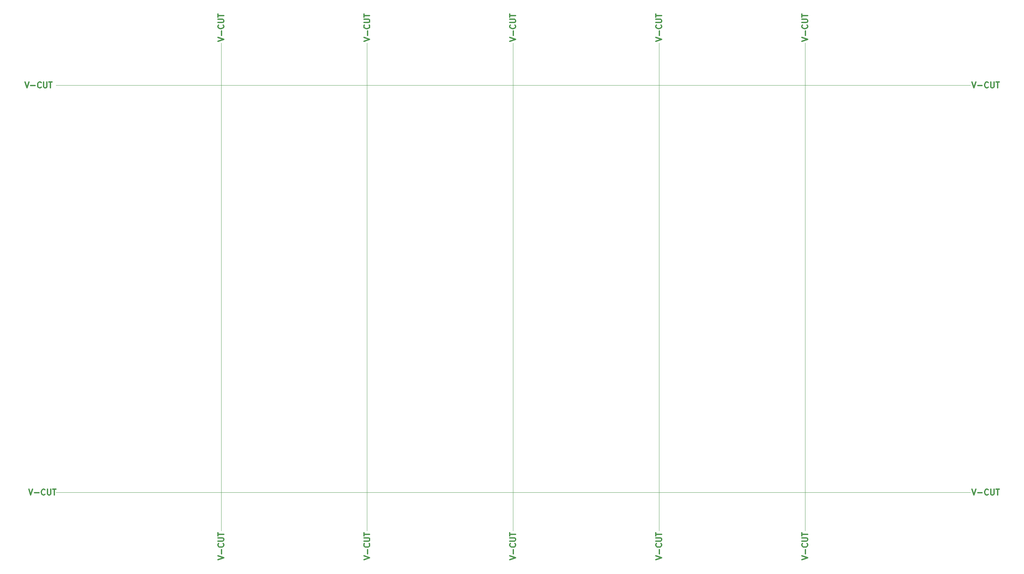
<source format=gbr>
G04 #@! TF.FileFunction,Other,ECO2*
%FSLAX46Y46*%
G04 Gerber Fmt 4.6, Leading zero omitted, Abs format (unit mm)*
G04 Created by KiCad (PCBNEW 4.0.2-stable) date 2019-06-26 1:43:45 PM*
%MOMM*%
G01*
G04 APERTURE LIST*
%ADD10C,0.200000*%
%ADD11C,0.300000*%
%ADD12C,0.100000*%
G04 APERTURE END LIST*
D10*
D11*
X183178571Y-34535714D02*
X184678571Y-34035714D01*
X183178571Y-33535714D01*
X184107143Y-33035714D02*
X184107143Y-31892857D01*
X184535714Y-30321428D02*
X184607143Y-30392857D01*
X184678571Y-30607143D01*
X184678571Y-30750000D01*
X184607143Y-30964285D01*
X184464286Y-31107143D01*
X184321429Y-31178571D01*
X184035714Y-31250000D01*
X183821429Y-31250000D01*
X183535714Y-31178571D01*
X183392857Y-31107143D01*
X183250000Y-30964285D01*
X183178571Y-30750000D01*
X183178571Y-30607143D01*
X183250000Y-30392857D01*
X183321429Y-30321428D01*
X183178571Y-29678571D02*
X184392857Y-29678571D01*
X184535714Y-29607143D01*
X184607143Y-29535714D01*
X184678571Y-29392857D01*
X184678571Y-29107143D01*
X184607143Y-28964285D01*
X184535714Y-28892857D01*
X184392857Y-28821428D01*
X183178571Y-28821428D01*
X183178571Y-28321428D02*
X183178571Y-27464285D01*
X184678571Y-27892856D02*
X183178571Y-27892856D01*
X107178571Y-169535714D02*
X108678571Y-169035714D01*
X107178571Y-168535714D01*
X108107143Y-168035714D02*
X108107143Y-166892857D01*
X108535714Y-165321428D02*
X108607143Y-165392857D01*
X108678571Y-165607143D01*
X108678571Y-165750000D01*
X108607143Y-165964285D01*
X108464286Y-166107143D01*
X108321429Y-166178571D01*
X108035714Y-166250000D01*
X107821429Y-166250000D01*
X107535714Y-166178571D01*
X107392857Y-166107143D01*
X107250000Y-165964285D01*
X107178571Y-165750000D01*
X107178571Y-165607143D01*
X107250000Y-165392857D01*
X107321429Y-165321428D01*
X107178571Y-164678571D02*
X108392857Y-164678571D01*
X108535714Y-164607143D01*
X108607143Y-164535714D01*
X108678571Y-164392857D01*
X108678571Y-164107143D01*
X108607143Y-163964285D01*
X108535714Y-163892857D01*
X108392857Y-163821428D01*
X107178571Y-163821428D01*
X107178571Y-163321428D02*
X107178571Y-162464285D01*
X108678571Y-162892856D02*
X107178571Y-162892856D01*
D12*
X222000000Y-35000000D02*
X222000000Y-162000000D01*
D11*
X69178571Y-169535714D02*
X70678571Y-169035714D01*
X69178571Y-168535714D01*
X70107143Y-168035714D02*
X70107143Y-166892857D01*
X70535714Y-165321428D02*
X70607143Y-165392857D01*
X70678571Y-165607143D01*
X70678571Y-165750000D01*
X70607143Y-165964285D01*
X70464286Y-166107143D01*
X70321429Y-166178571D01*
X70035714Y-166250000D01*
X69821429Y-166250000D01*
X69535714Y-166178571D01*
X69392857Y-166107143D01*
X69250000Y-165964285D01*
X69178571Y-165750000D01*
X69178571Y-165607143D01*
X69250000Y-165392857D01*
X69321429Y-165321428D01*
X69178571Y-164678571D02*
X70392857Y-164678571D01*
X70535714Y-164607143D01*
X70607143Y-164535714D01*
X70678571Y-164392857D01*
X70678571Y-164107143D01*
X70607143Y-163964285D01*
X70535714Y-163892857D01*
X70392857Y-163821428D01*
X69178571Y-163821428D01*
X69178571Y-163321428D02*
X69178571Y-162464285D01*
X70678571Y-162892856D02*
X69178571Y-162892856D01*
X145178571Y-169535714D02*
X146678571Y-169035714D01*
X145178571Y-168535714D01*
X146107143Y-168035714D02*
X146107143Y-166892857D01*
X146535714Y-165321428D02*
X146607143Y-165392857D01*
X146678571Y-165607143D01*
X146678571Y-165750000D01*
X146607143Y-165964285D01*
X146464286Y-166107143D01*
X146321429Y-166178571D01*
X146035714Y-166250000D01*
X145821429Y-166250000D01*
X145535714Y-166178571D01*
X145392857Y-166107143D01*
X145250000Y-165964285D01*
X145178571Y-165750000D01*
X145178571Y-165607143D01*
X145250000Y-165392857D01*
X145321429Y-165321428D01*
X145178571Y-164678571D02*
X146392857Y-164678571D01*
X146535714Y-164607143D01*
X146607143Y-164535714D01*
X146678571Y-164392857D01*
X146678571Y-164107143D01*
X146607143Y-163964285D01*
X146535714Y-163892857D01*
X146392857Y-163821428D01*
X145178571Y-163821428D01*
X145178571Y-163321428D02*
X145178571Y-162464285D01*
X146678571Y-162892856D02*
X145178571Y-162892856D01*
X221178571Y-169535714D02*
X222678571Y-169035714D01*
X221178571Y-168535714D01*
X222107143Y-168035714D02*
X222107143Y-166892857D01*
X222535714Y-165321428D02*
X222607143Y-165392857D01*
X222678571Y-165607143D01*
X222678571Y-165750000D01*
X222607143Y-165964285D01*
X222464286Y-166107143D01*
X222321429Y-166178571D01*
X222035714Y-166250000D01*
X221821429Y-166250000D01*
X221535714Y-166178571D01*
X221392857Y-166107143D01*
X221250000Y-165964285D01*
X221178571Y-165750000D01*
X221178571Y-165607143D01*
X221250000Y-165392857D01*
X221321429Y-165321428D01*
X221178571Y-164678571D02*
X222392857Y-164678571D01*
X222535714Y-164607143D01*
X222607143Y-164535714D01*
X222678571Y-164392857D01*
X222678571Y-164107143D01*
X222607143Y-163964285D01*
X222535714Y-163892857D01*
X222392857Y-163821428D01*
X221178571Y-163821428D01*
X221178571Y-163321428D02*
X221178571Y-162464285D01*
X222678571Y-162892856D02*
X221178571Y-162892856D01*
X183178571Y-169535714D02*
X184678571Y-169035714D01*
X183178571Y-168535714D01*
X184107143Y-168035714D02*
X184107143Y-166892857D01*
X184535714Y-165321428D02*
X184607143Y-165392857D01*
X184678571Y-165607143D01*
X184678571Y-165750000D01*
X184607143Y-165964285D01*
X184464286Y-166107143D01*
X184321429Y-166178571D01*
X184035714Y-166250000D01*
X183821429Y-166250000D01*
X183535714Y-166178571D01*
X183392857Y-166107143D01*
X183250000Y-165964285D01*
X183178571Y-165750000D01*
X183178571Y-165607143D01*
X183250000Y-165392857D01*
X183321429Y-165321428D01*
X183178571Y-164678571D02*
X184392857Y-164678571D01*
X184535714Y-164607143D01*
X184607143Y-164535714D01*
X184678571Y-164392857D01*
X184678571Y-164107143D01*
X184607143Y-163964285D01*
X184535714Y-163892857D01*
X184392857Y-163821428D01*
X183178571Y-163821428D01*
X183178571Y-163321428D02*
X183178571Y-162464285D01*
X184678571Y-162892856D02*
X183178571Y-162892856D01*
X221178571Y-34535714D02*
X222678571Y-34035714D01*
X221178571Y-33535714D01*
X222107143Y-33035714D02*
X222107143Y-31892857D01*
X222535714Y-30321428D02*
X222607143Y-30392857D01*
X222678571Y-30607143D01*
X222678571Y-30750000D01*
X222607143Y-30964285D01*
X222464286Y-31107143D01*
X222321429Y-31178571D01*
X222035714Y-31250000D01*
X221821429Y-31250000D01*
X221535714Y-31178571D01*
X221392857Y-31107143D01*
X221250000Y-30964285D01*
X221178571Y-30750000D01*
X221178571Y-30607143D01*
X221250000Y-30392857D01*
X221321429Y-30321428D01*
X221178571Y-29678571D02*
X222392857Y-29678571D01*
X222535714Y-29607143D01*
X222607143Y-29535714D01*
X222678571Y-29392857D01*
X222678571Y-29107143D01*
X222607143Y-28964285D01*
X222535714Y-28892857D01*
X222392857Y-28821428D01*
X221178571Y-28821428D01*
X221178571Y-28321428D02*
X221178571Y-27464285D01*
X222678571Y-27892856D02*
X221178571Y-27892856D01*
X145178571Y-34535714D02*
X146678571Y-34035714D01*
X145178571Y-33535714D01*
X146107143Y-33035714D02*
X146107143Y-31892857D01*
X146535714Y-30321428D02*
X146607143Y-30392857D01*
X146678571Y-30607143D01*
X146678571Y-30750000D01*
X146607143Y-30964285D01*
X146464286Y-31107143D01*
X146321429Y-31178571D01*
X146035714Y-31250000D01*
X145821429Y-31250000D01*
X145535714Y-31178571D01*
X145392857Y-31107143D01*
X145250000Y-30964285D01*
X145178571Y-30750000D01*
X145178571Y-30607143D01*
X145250000Y-30392857D01*
X145321429Y-30321428D01*
X145178571Y-29678571D02*
X146392857Y-29678571D01*
X146535714Y-29607143D01*
X146607143Y-29535714D01*
X146678571Y-29392857D01*
X146678571Y-29107143D01*
X146607143Y-28964285D01*
X146535714Y-28892857D01*
X146392857Y-28821428D01*
X145178571Y-28821428D01*
X145178571Y-28321428D02*
X145178571Y-27464285D01*
X146678571Y-27892856D02*
X145178571Y-27892856D01*
X107178571Y-34535714D02*
X108678571Y-34035714D01*
X107178571Y-33535714D01*
X108107143Y-33035714D02*
X108107143Y-31892857D01*
X108535714Y-30321428D02*
X108607143Y-30392857D01*
X108678571Y-30607143D01*
X108678571Y-30750000D01*
X108607143Y-30964285D01*
X108464286Y-31107143D01*
X108321429Y-31178571D01*
X108035714Y-31250000D01*
X107821429Y-31250000D01*
X107535714Y-31178571D01*
X107392857Y-31107143D01*
X107250000Y-30964285D01*
X107178571Y-30750000D01*
X107178571Y-30607143D01*
X107250000Y-30392857D01*
X107321429Y-30321428D01*
X107178571Y-29678571D02*
X108392857Y-29678571D01*
X108535714Y-29607143D01*
X108607143Y-29535714D01*
X108678571Y-29392857D01*
X108678571Y-29107143D01*
X108607143Y-28964285D01*
X108535714Y-28892857D01*
X108392857Y-28821428D01*
X107178571Y-28821428D01*
X107178571Y-28321428D02*
X107178571Y-27464285D01*
X108678571Y-27892856D02*
X107178571Y-27892856D01*
X69178571Y-34535714D02*
X70678571Y-34035714D01*
X69178571Y-33535714D01*
X70107143Y-33035714D02*
X70107143Y-31892857D01*
X70535714Y-30321428D02*
X70607143Y-30392857D01*
X70678571Y-30607143D01*
X70678571Y-30750000D01*
X70607143Y-30964285D01*
X70464286Y-31107143D01*
X70321429Y-31178571D01*
X70035714Y-31250000D01*
X69821429Y-31250000D01*
X69535714Y-31178571D01*
X69392857Y-31107143D01*
X69250000Y-30964285D01*
X69178571Y-30750000D01*
X69178571Y-30607143D01*
X69250000Y-30392857D01*
X69321429Y-30321428D01*
X69178571Y-29678571D02*
X70392857Y-29678571D01*
X70535714Y-29607143D01*
X70607143Y-29535714D01*
X70678571Y-29392857D01*
X70678571Y-29107143D01*
X70607143Y-28964285D01*
X70535714Y-28892857D01*
X70392857Y-28821428D01*
X69178571Y-28821428D01*
X69178571Y-28321428D02*
X69178571Y-27464285D01*
X70678571Y-27892856D02*
X69178571Y-27892856D01*
X265464286Y-151178571D02*
X265964286Y-152678571D01*
X266464286Y-151178571D01*
X266964286Y-152107143D02*
X268107143Y-152107143D01*
X269678572Y-152535714D02*
X269607143Y-152607143D01*
X269392857Y-152678571D01*
X269250000Y-152678571D01*
X269035715Y-152607143D01*
X268892857Y-152464286D01*
X268821429Y-152321429D01*
X268750000Y-152035714D01*
X268750000Y-151821429D01*
X268821429Y-151535714D01*
X268892857Y-151392857D01*
X269035715Y-151250000D01*
X269250000Y-151178571D01*
X269392857Y-151178571D01*
X269607143Y-151250000D01*
X269678572Y-151321429D01*
X270321429Y-151178571D02*
X270321429Y-152392857D01*
X270392857Y-152535714D01*
X270464286Y-152607143D01*
X270607143Y-152678571D01*
X270892857Y-152678571D01*
X271035715Y-152607143D01*
X271107143Y-152535714D01*
X271178572Y-152392857D01*
X271178572Y-151178571D01*
X271678572Y-151178571D02*
X272535715Y-151178571D01*
X272107144Y-152678571D02*
X272107144Y-151178571D01*
X265464286Y-45178571D02*
X265964286Y-46678571D01*
X266464286Y-45178571D01*
X266964286Y-46107143D02*
X268107143Y-46107143D01*
X269678572Y-46535714D02*
X269607143Y-46607143D01*
X269392857Y-46678571D01*
X269250000Y-46678571D01*
X269035715Y-46607143D01*
X268892857Y-46464286D01*
X268821429Y-46321429D01*
X268750000Y-46035714D01*
X268750000Y-45821429D01*
X268821429Y-45535714D01*
X268892857Y-45392857D01*
X269035715Y-45250000D01*
X269250000Y-45178571D01*
X269392857Y-45178571D01*
X269607143Y-45250000D01*
X269678572Y-45321429D01*
X270321429Y-45178571D02*
X270321429Y-46392857D01*
X270392857Y-46535714D01*
X270464286Y-46607143D01*
X270607143Y-46678571D01*
X270892857Y-46678571D01*
X271035715Y-46607143D01*
X271107143Y-46535714D01*
X271178572Y-46392857D01*
X271178572Y-45178571D01*
X271678572Y-45178571D02*
X272535715Y-45178571D01*
X272107144Y-46678571D02*
X272107144Y-45178571D01*
D12*
X184000000Y-35000000D02*
X184000000Y-162000000D01*
X146000000Y-35000000D02*
X146000000Y-162000000D01*
X108000000Y-35000000D02*
X108000000Y-162000000D01*
X70000000Y-35000000D02*
X70000000Y-162000000D01*
D11*
X19964286Y-151178571D02*
X20464286Y-152678571D01*
X20964286Y-151178571D01*
X21464286Y-152107143D02*
X22607143Y-152107143D01*
X24178572Y-152535714D02*
X24107143Y-152607143D01*
X23892857Y-152678571D01*
X23750000Y-152678571D01*
X23535715Y-152607143D01*
X23392857Y-152464286D01*
X23321429Y-152321429D01*
X23250000Y-152035714D01*
X23250000Y-151821429D01*
X23321429Y-151535714D01*
X23392857Y-151392857D01*
X23535715Y-151250000D01*
X23750000Y-151178571D01*
X23892857Y-151178571D01*
X24107143Y-151250000D01*
X24178572Y-151321429D01*
X24821429Y-151178571D02*
X24821429Y-152392857D01*
X24892857Y-152535714D01*
X24964286Y-152607143D01*
X25107143Y-152678571D01*
X25392857Y-152678571D01*
X25535715Y-152607143D01*
X25607143Y-152535714D01*
X25678572Y-152392857D01*
X25678572Y-151178571D01*
X26178572Y-151178571D02*
X27035715Y-151178571D01*
X26607144Y-152678571D02*
X26607144Y-151178571D01*
X18964286Y-45178571D02*
X19464286Y-46678571D01*
X19964286Y-45178571D01*
X20464286Y-46107143D02*
X21607143Y-46107143D01*
X23178572Y-46535714D02*
X23107143Y-46607143D01*
X22892857Y-46678571D01*
X22750000Y-46678571D01*
X22535715Y-46607143D01*
X22392857Y-46464286D01*
X22321429Y-46321429D01*
X22250000Y-46035714D01*
X22250000Y-45821429D01*
X22321429Y-45535714D01*
X22392857Y-45392857D01*
X22535715Y-45250000D01*
X22750000Y-45178571D01*
X22892857Y-45178571D01*
X23107143Y-45250000D01*
X23178572Y-45321429D01*
X23821429Y-45178571D02*
X23821429Y-46392857D01*
X23892857Y-46535714D01*
X23964286Y-46607143D01*
X24107143Y-46678571D01*
X24392857Y-46678571D01*
X24535715Y-46607143D01*
X24607143Y-46535714D01*
X24678572Y-46392857D01*
X24678572Y-45178571D01*
X25178572Y-45178571D02*
X26035715Y-45178571D01*
X25607144Y-46678571D02*
X25607144Y-45178571D01*
D12*
X27000000Y-46000000D02*
X265000000Y-46000000D01*
X27000000Y-152000000D02*
X265000000Y-152000000D01*
M02*

</source>
